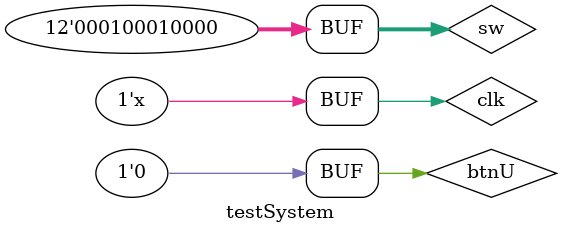
<source format=v>
`timescale 1ns / 1ps


module testSystem(
    );
    reg clk;
    reg [11:0] sw;
    reg btnU;
    wire [3:0] an;
    wire [6:0] seg;
    wire dp;
    
    system SYSTEM(seg,dp,an,sw,clk,btnU);
    
    initial
    begin
        clk = 0;
        sw = 12'h110;
        btnU = 1;
        #10 btnU = 0;
    end
    
    always
        #5 clk = ~clk;
endmodule

</source>
